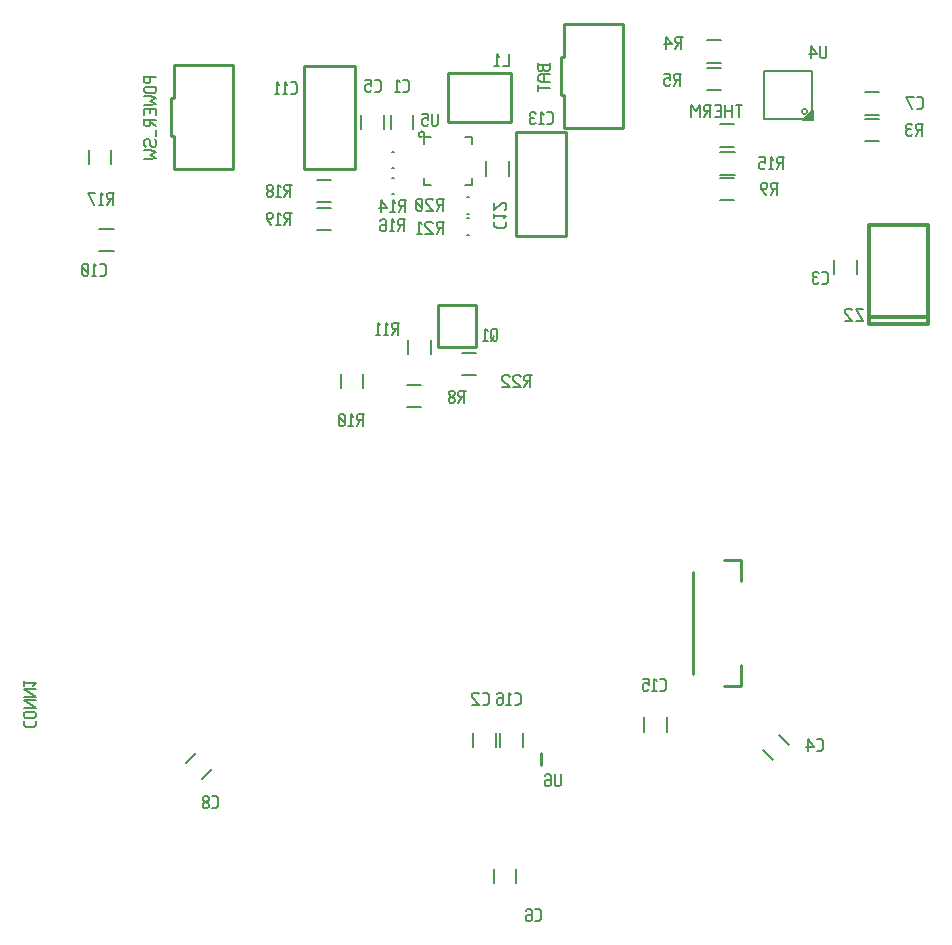
<source format=gbr>
G04 start of page 9 for group -4078 idx -4078 *
G04 Title: (unknown), bottomsilk *
G04 Creator: pcb 4.2.0 *
G04 CreationDate: Mon Mar  2 00:57:09 2020 UTC *
G04 For: blinken *
G04 Format: Gerber/RS-274X *
G04 PCB-Dimensions (mm): 90.16 90.16 *
G04 PCB-Coordinate-Origin: lower left *
%MOMM*%
%FSLAX43Y43*%
%LNBOTTOMSILK*%
%ADD94C,0.200*%
%ADD93C,0.155*%
%ADD92C,0.300*%
%ADD91C,0.198*%
%ADD90C,0.127*%
%ADD89C,0.203*%
%ADD88C,0.254*%
%ADD87C,0.250*%
G54D87*X45320Y25670D02*X45330Y25660D01*
X45320Y26650D02*Y25670D01*
G54D88*X58203Y33317D02*Y41967D01*
X62253Y32317D02*Y34067D01*
X60803Y42967D02*X62253D01*
Y41217D02*Y42967D01*
X60803Y32317D02*X62253D01*
G54D89*X38601Y60524D02*X39801D01*
X38601Y58624D02*X39801D01*
X30254Y58718D02*Y57518D01*
X28354Y58718D02*Y57518D01*
X33948Y57825D02*X35148D01*
X33948Y55925D02*X35148D01*
X34095Y61592D02*Y60392D01*
X35995Y61592D02*Y60392D01*
X39604Y28333D02*Y27133D01*
X41504Y28333D02*Y27133D01*
X41888Y28329D02*Y27129D01*
X43788Y28329D02*Y27129D01*
X64109Y26856D02*X64957Y26007D01*
X65452Y28199D02*X66300Y27350D01*
X41345Y16798D02*Y15598D01*
X43245Y16798D02*X43245Y15598D01*
X54089Y29650D02*Y28450D01*
X55989Y29650D02*Y28450D01*
X16127Y26652D02*X15278Y25804D01*
X17470Y25309D02*X16622Y24460D01*
G54D88*X47290Y79550D02*X52290D01*
X47290Y88350D02*X52290D01*
Y79550D01*
X47290Y88350D02*Y85550D01*
X46990D02*X47290D01*
X46990D02*Y82350D01*
X47290D01*
Y79550D01*
G54D89*X59380Y86981D02*X60580D01*
X59380Y85081D02*X60580D01*
X59363Y84660D02*X60563D01*
X59363Y82760D02*X60563D01*
X60508Y75327D02*X61708D01*
X60508Y73427D02*X61708D01*
X60524Y75607D02*X61723D01*
X60524Y77507D02*X61723D01*
X60506Y77971D02*X61706D01*
X60506Y79871D02*X61706D01*
G54D90*X67541Y80240D02*X68341Y81040D01*
Y80240D01*
X67541D02*X68341D01*
X68239Y80839D02*X67741Y80341D01*
X68239Y80740D02*X67840Y80341D01*
X67939D01*
X68239Y80641D01*
Y80539D01*
X68041Y80341D01*
X68239Y80839D02*Y80641D01*
Y80941D02*Y80740D01*
Y84339D02*Y80341D01*
X64241Y84339D02*X68239D01*
X64241D02*Y80341D01*
X68239D01*
G54D91*X67865Y80943D02*G75*G03X67865Y80943I-223J0D01*G01*
G54D92*X78080Y71360D02*Y62960D01*
X73140Y71360D02*X78080D01*
X73140D02*Y62960D01*
X78080D01*
X73140Y63560D02*X78080D01*
G54D89*X72070Y68400D02*Y67200D01*
X70170Y68400D02*Y67200D01*
X72774Y82573D02*X73974D01*
X72774Y80674D02*X73974D01*
X72783Y80321D02*X73983D01*
X72783Y78422D02*X73983D01*
X40694Y76719D02*Y75519D01*
X42594Y76719D02*Y75519D01*
X32693Y76140D02*X32893D01*
X32693Y77539D02*X32893D01*
X32697Y75354D02*X32897D01*
X32697Y73955D02*X32897D01*
G54D88*X36586Y61041D02*Y64572D01*
X39838D01*
Y61041D01*
X36586D01*
G54D89*X30116Y80666D02*Y79466D01*
X32016Y80666D02*Y79466D01*
G54D88*X14289Y76083D02*X19289D01*
X14289Y84883D02*X19289D01*
Y76083D01*
X14289Y84883D02*Y82083D01*
X13989D02*X14289D01*
X13989D02*Y78883D01*
X14289D01*
Y76083D01*
X25298Y84842D02*X29598D01*
X25298D02*Y76042D01*
X29598D01*
Y84842D02*Y76042D01*
G54D93*X38895Y74760D02*X39460D01*
Y75325D02*Y74760D01*
X35460D02*X36025D01*
X35460Y75325D02*Y74760D01*
X39460Y78760D02*Y78195D01*
X38895Y78760D02*X39460D01*
X35460D02*Y78195D01*
Y78760D02*X36025D01*
X35210Y79260D02*G75*G03X35210Y79260I0J-250D01*G01*
G54D89*X39040Y71900D02*X39240D01*
X39040Y70500D02*X39240D01*
X39050Y72300D02*X39250D01*
X39050Y73700D02*X39250D01*
G54D88*X43181Y79234D02*X47481D01*
X43181D02*Y70434D01*
X47481D01*
Y79234D02*Y70434D01*
X37451Y80019D02*X42751D01*
Y84219D02*Y80019D01*
X37451Y84219D02*X42751D01*
X37451D02*Y80019D01*
G54D89*X32630Y80658D02*Y79459D01*
X34530Y80658D02*Y79459D01*
X26374Y72781D02*X27574D01*
X26374Y70881D02*X27574D01*
X26344Y75157D02*X27544D01*
X26344Y73257D02*X27544D01*
X7063Y77712D02*Y76512D01*
X8963Y77712D02*Y76512D01*
X7947Y69127D02*X9147D01*
X7947Y71027D02*X9147D01*
G54D94*X8701Y74091D02*X9209D01*
X8701D02*X8574Y73964D01*
Y73710D02*Y73964D01*
X8701Y73583D02*X8574Y73710D01*
X8701Y73583D02*X9082D01*
Y73075D02*Y74091D01*
X8879Y73583D02*X8574Y73075D01*
X8269Y73888D02*X8066Y74091D01*
Y73075D02*Y74091D01*
X7888Y73075D02*X8269D01*
X7456D02*X6948Y74091D01*
X7583D01*
X11743Y83856D02*X12759D01*
X11743Y83475D02*Y83983D01*
Y83475D02*X11870Y83348D01*
X12124D01*
X12251Y83475D02*X12124Y83348D01*
X12251Y83475D02*Y83856D01*
X11870Y83043D02*X12632D01*
X11870D02*X11743Y82916D01*
Y82662D02*Y82916D01*
Y82662D02*X11870Y82535D01*
X12632D01*
X12759Y82662D02*X12632Y82535D01*
X12759Y82662D02*Y82916D01*
X12632Y83043D02*X12759Y82916D01*
X11743Y82230D02*X12251D01*
X12759Y82103D01*
X12251Y81849D01*
X12759Y81595D01*
X12251Y81468D01*
X11743D02*X12251D01*
X12200Y80783D02*Y81164D01*
X12759Y80656D02*Y81164D01*
X11743D02*X12759D01*
X11743Y80656D02*Y81164D01*
Y79843D02*Y80351D01*
Y79843D02*X11870Y79716D01*
X12124D01*
X12251Y79843D02*X12124Y79716D01*
X12251Y79843D02*Y80224D01*
X11743D02*X12759D01*
X12251Y80021D02*X12759Y79716D01*
Y78903D02*Y79411D01*
X11743Y78090D02*X11870Y77963D01*
X11743Y78090D02*Y78471D01*
X11870Y78598D02*X11743Y78471D01*
X11870Y78598D02*X12124D01*
X12251Y78471D01*
Y78090D02*Y78471D01*
Y78090D02*X12378Y77963D01*
X12632D01*
X12759Y78090D02*X12632Y77963D01*
X12759Y78090D02*Y78471D01*
X12632Y78598D02*X12759Y78471D01*
X11743Y77658D02*X12251D01*
X12759Y77531D01*
X12251Y77277D01*
X12759Y77023D01*
X12251Y76896D01*
X11743D02*X12251D01*
X7987Y67046D02*X8317D01*
X8495Y67224D02*X8317Y67046D01*
X8495Y67224D02*Y67884D01*
X8317Y68062D01*
X7987D02*X8317D01*
X7682Y67859D02*X7479Y68062D01*
Y67046D02*Y68062D01*
X7301Y67046D02*X7682D01*
X6996Y67173D02*X6869Y67046D01*
X6996Y67173D02*Y67935D01*
X6869Y68062D01*
X6615D02*X6869D01*
X6615D02*X6488Y67935D01*
Y67173D02*Y67935D01*
X6615Y67046D02*X6488Y67173D01*
X6615Y67046D02*X6869D01*
X6996Y67300D02*X6488Y67808D01*
X23715Y72392D02*X24223D01*
X23715D02*X23588Y72265D01*
Y72011D02*Y72265D01*
X23715Y71884D02*X23588Y72011D01*
X23715Y71884D02*X24096D01*
Y71376D02*Y72392D01*
X23893Y71884D02*X23588Y71376D01*
X23283Y72189D02*X23080Y72392D01*
Y71376D02*Y72392D01*
X22902Y71376D02*X23283D01*
X22471D02*X22090Y71884D01*
Y72265D01*
X22217Y72392D02*X22090Y72265D01*
X22217Y72392D02*X22471D01*
X22598Y72265D02*X22471Y72392D01*
X22598Y72011D02*Y72265D01*
Y72011D02*X22471Y71884D01*
X22090D02*X22471D01*
X23736Y74753D02*X24244D01*
X23736D02*X23609Y74626D01*
Y74372D02*Y74626D01*
X23736Y74245D02*X23609Y74372D01*
X23736Y74245D02*X24117D01*
Y73737D02*Y74753D01*
X23914Y74245D02*X23609Y73737D01*
X23304Y74550D02*X23101Y74753D01*
Y73737D02*Y74753D01*
X22923Y73737D02*X23304D01*
X22618Y73864D02*X22491Y73737D01*
X22618Y73864D02*Y74067D01*
X22440Y74245D01*
X22288D02*X22440D01*
X22288D02*X22110Y74067D01*
Y73864D02*Y74067D01*
X22237Y73737D02*X22110Y73864D01*
X22237Y73737D02*X22491D01*
X22618Y74422D02*X22440Y74245D01*
X22618Y74422D02*Y74626D01*
X22491Y74753D01*
X22237D02*X22491D01*
X22237D02*X22110Y74626D01*
Y74422D02*Y74626D01*
X22288Y74245D02*X22110Y74422D01*
X24138Y82396D02*X24469D01*
X24646Y82574D02*X24469Y82396D01*
X24646Y82574D02*Y83234D01*
X24469Y83412D01*
X24138D02*X24469D01*
X23834Y83209D02*X23630Y83412D01*
Y82396D02*Y83412D01*
X23453Y82396D02*X23834D01*
X23148Y83209D02*X22945Y83412D01*
Y82396D02*Y83412D01*
X22767Y82396D02*X23148D01*
X68721Y26779D02*X69051D01*
X69229Y26957D02*X69051Y26779D01*
X69229Y26957D02*Y27617D01*
X69051Y27795D01*
X68721D02*X69051D01*
X68416Y27160D02*X67908Y27795D01*
X67781Y27160D02*X68416D01*
X67908Y26779D02*Y27795D01*
X44845Y12385D02*X45175D01*
X45353Y12563D02*X45175Y12385D01*
X45353Y12563D02*Y13223D01*
X45175Y13401D01*
X44845D02*X45175D01*
X44159D02*X44032Y13274D01*
X44159Y13401D02*X44413D01*
X44540Y13274D02*X44413Y13401D01*
X44540Y12512D02*Y13274D01*
Y12512D02*X44413Y12385D01*
X44159Y12944D02*X44032Y12817D01*
X44159Y12944D02*X44540D01*
X44159Y12385D02*X44413D01*
X44159D02*X44032Y12512D01*
Y12817D01*
X46980Y23927D02*Y24816D01*
Y23927D02*X46853Y23800D01*
X46599D02*X46853D01*
X46599D02*X46472Y23927D01*
Y24816D01*
X45786D02*X45659Y24689D01*
X45786Y24816D02*X46040D01*
X46167Y24689D02*X46040Y24816D01*
X46167Y23927D02*Y24689D01*
Y23927D02*X46040Y23800D01*
X45786Y24359D02*X45659Y24232D01*
X45786Y24359D02*X46167D01*
X45786Y23800D02*X46040D01*
X45786D02*X45659Y23927D01*
Y24232D01*
X40422Y30730D02*X40752D01*
X40930Y30908D02*X40752Y30730D01*
X40930Y30908D02*Y31568D01*
X40752Y31746D01*
X40422D02*X40752D01*
X40117Y31619D02*X39990Y31746D01*
X39609D02*X39990D01*
X39609D02*X39482Y31619D01*
Y31365D02*Y31619D01*
X40117Y30730D02*X39482Y31365D01*
Y30730D02*X40117D01*
X43092D02*X43422D01*
X43600Y30908D02*X43422Y30730D01*
X43600Y30908D02*Y31568D01*
X43422Y31746D01*
X43092D02*X43422D01*
X42787Y31543D02*X42584Y31746D01*
Y30730D02*Y31746D01*
X42406Y30730D02*X42787D01*
X41720Y31746D02*X41593Y31619D01*
X41720Y31746D02*X41974D01*
X42101Y31619D02*X41974Y31746D01*
X42101Y30857D02*Y31619D01*
Y30857D02*X41974Y30730D01*
X41720Y31289D02*X41593Y31162D01*
X41720Y31289D02*X42101D01*
X41720Y30730D02*X41974D01*
X41720D02*X41593Y30857D01*
Y31162D01*
X46060Y84542D02*Y85050D01*
Y84542D02*X45933Y84415D01*
X45628D02*X45933D01*
X45501Y84542D02*X45628Y84415D01*
X45501Y84542D02*Y84923D01*
X45044D02*X46060D01*
X45044Y84542D02*Y85050D01*
Y84542D02*X45171Y84415D01*
X45374D01*
X45501Y84542D02*X45374Y84415D01*
X45298Y84110D02*X46060D01*
X45298D02*X45044Y83932D01*
Y83653D02*Y83932D01*
Y83653D02*X45298Y83475D01*
X46060D01*
X45552D02*Y84110D01*
X45044Y82662D02*Y83170D01*
Y82916D02*X46060D01*
X45858Y79869D02*X46188D01*
X46366Y80047D02*X46188Y79869D01*
X46366Y80047D02*Y80707D01*
X46188Y80885D01*
X45858D02*X46188D01*
X45553Y80682D02*X45350Y80885D01*
Y79869D02*Y80885D01*
X45172Y79869D02*X45553D01*
X44867Y80758D02*X44740Y80885D01*
X44486D02*X44740D01*
X44486D02*X44359Y80758D01*
X44486Y79869D02*X44359Y79996D01*
X44486Y79869D02*X44740D01*
X44867Y79996D02*X44740Y79869D01*
X44486Y80428D02*X44740D01*
X44359Y80555D02*Y80758D01*
Y79996D02*Y80301D01*
X44486Y80428D01*
X44359Y80555D02*X44486Y80428D01*
X42579Y84785D02*Y85801D01*
X42071Y84785D02*X42579D01*
X41766Y85598D02*X41563Y85801D01*
Y84785D02*Y85801D01*
X41385Y84785D02*X41766D01*
X17485Y21965D02*X17815D01*
X17993Y22143D02*X17815Y21965D01*
X17993Y22143D02*Y22803D01*
X17815Y22981D01*
X17485D02*X17815D01*
X17180Y22092D02*X17053Y21965D01*
X17180Y22092D02*Y22295D01*
X17002Y22473D01*
X16850D02*X17002D01*
X16850D02*X16672Y22295D01*
Y22092D02*Y22295D01*
X16799Y21965D02*X16672Y22092D01*
X16799Y21965D02*X17053D01*
X17180Y22651D02*X17002Y22473D01*
X17180Y22651D02*Y22854D01*
X17053Y22981D01*
X16799D02*X17053D01*
X16799D02*X16672Y22854D01*
Y22651D02*Y22854D01*
X16850Y22473D02*X16672Y22651D01*
X44052Y58626D02*X44560D01*
X44052D02*X43925Y58499D01*
Y58245D02*Y58499D01*
X44052Y58118D02*X43925Y58245D01*
X44052Y58118D02*X44433D01*
Y57610D02*Y58626D01*
X44230Y58118D02*X43925Y57610D01*
X43620Y58499D02*X43493Y58626D01*
X43112D02*X43493D01*
X43112D02*X42985Y58499D01*
Y58245D02*Y58499D01*
X43620Y57610D02*X42985Y58245D01*
Y57610D02*X43620D01*
X42680Y58499D02*X42553Y58626D01*
X42172D02*X42553D01*
X42172D02*X42045Y58499D01*
Y58245D02*Y58499D01*
X42680Y57610D02*X42045Y58245D01*
Y57610D02*X42680D01*
X38440Y57321D02*X38948D01*
X38440D02*X38313Y57194D01*
Y56940D02*Y57194D01*
X38440Y56813D02*X38313Y56940D01*
X38440Y56813D02*X38821D01*
Y56305D02*Y57321D01*
X38618Y56813D02*X38313Y56305D01*
X38008Y56432D02*X37881Y56305D01*
X38008Y56432D02*Y56635D01*
X37830Y56813D01*
X37678D02*X37830D01*
X37678D02*X37500Y56635D01*
Y56432D02*Y56635D01*
X37627Y56305D02*X37500Y56432D01*
X37627Y56305D02*X37881D01*
X38008Y56991D02*X37830Y56813D01*
X38008Y56991D02*Y57194D01*
X37881Y57321D01*
X37627D02*X37881D01*
X37627D02*X37500Y57194D01*
Y56991D02*Y57194D01*
X37678Y56813D02*X37500Y56991D01*
X29834Y55310D02*X30342D01*
X29834D02*X29708Y55183D01*
Y54929D02*Y55183D01*
X29834Y54802D02*X29708Y54929D01*
X29834Y54802D02*X30216D01*
Y54294D02*Y55310D01*
X30012Y54802D02*X29708Y54294D01*
X29403Y55107D02*X29199Y55310D01*
Y54294D02*Y55310D01*
X29022Y54294D02*X29403D01*
X28717Y54421D02*X28590Y54294D01*
X28717Y54421D02*Y55183D01*
X28590Y55310D01*
X28336D02*X28590D01*
X28336D02*X28209Y55183D01*
Y54421D02*Y55183D01*
X28336Y54294D02*X28209Y54421D01*
X28336Y54294D02*X28590D01*
X28717Y54548D02*X28209Y55056D01*
X55432Y31900D02*X55762D01*
X55940Y32078D02*X55762Y31900D01*
X55940Y32078D02*Y32738D01*
X55762Y32916D01*
X55432D02*X55762D01*
X55127Y32713D02*X54924Y32916D01*
Y31900D02*Y32916D01*
X54746Y31900D02*X55127D01*
X53933Y32916D02*X54441D01*
Y32408D02*Y32916D01*
Y32408D02*X54314Y32535D01*
X54060D02*X54314D01*
X54060D02*X53933Y32408D01*
Y32027D02*Y32408D01*
X54060Y31900D02*X53933Y32027D01*
X54060Y31900D02*X54314D01*
X54441Y32027D02*X54314Y31900D01*
X1543Y29005D02*Y29335D01*
X1721Y28827D02*X1543Y29005D01*
X1721Y28827D02*X2381D01*
X2559Y29005D01*
Y29335D01*
X1670Y29640D02*X2432D01*
X2559Y29767D01*
Y30021D01*
X2432Y30148D01*
X1670D02*X2432D01*
X1543Y30021D02*X1670Y30148D01*
X1543Y29767D02*Y30021D01*
X1670Y29640D02*X1543Y29767D01*
Y30453D02*X2559D01*
X1543Y31088D01*
X2559D01*
X1543Y31393D02*X2559D01*
X1543Y32028D01*
X2559D01*
X2356Y32333D02*X2559Y32536D01*
X1543D02*X2559D01*
X1543Y32333D02*Y32714D01*
X36594Y79852D02*Y80741D01*
Y79852D02*X36467Y79725D01*
X36213D02*X36467D01*
X36213D02*X36086Y79852D01*
Y80741D01*
X35273D02*X35781D01*
Y80233D02*Y80741D01*
Y80233D02*X35654Y80360D01*
X35400D02*X35654D01*
X35400D02*X35273Y80233D01*
Y79852D02*Y80233D01*
X35400Y79725D02*X35273Y79852D01*
X35400Y79725D02*X35654D01*
X35781Y79852D02*X35654Y79725D01*
X31257Y82601D02*X31587D01*
X31765Y82779D02*X31587Y82601D01*
X31765Y82779D02*Y83440D01*
X31587Y83617D01*
X31257D02*X31587D01*
X30444D02*X30952D01*
Y83109D02*Y83617D01*
Y83109D02*X30825Y83236D01*
X30571D02*X30825D01*
X30571D02*X30444Y83109D01*
Y82728D02*Y83109D01*
X30571Y82601D02*X30444Y82728D01*
X30571Y82601D02*X30825D01*
X30952Y82728D02*X30825Y82601D01*
X33654Y82599D02*X33984D01*
X34162Y82777D02*X33984Y82599D01*
X34162Y82777D02*Y83437D01*
X33984Y83615D01*
X33654D02*X33984D01*
X33349Y83412D02*X33146Y83615D01*
Y82599D02*Y83615D01*
X32968Y82599D02*X33349D01*
X32834Y63052D02*X33342D01*
X32834D02*X32707Y62924D01*
Y62670D02*Y62924D01*
X32834Y62544D02*X32707Y62670D01*
X32834Y62544D02*X33215D01*
Y62036D02*Y63052D01*
X33012Y62544D02*X32707Y62036D01*
X32402Y62848D02*X32199Y63052D01*
Y62036D02*Y63052D01*
X32021Y62036D02*X32402D01*
X31717Y62848D02*X31513Y63052D01*
Y62036D02*Y63052D01*
X31336Y62036D02*X31717D01*
X41619Y61663D02*Y62425D01*
X41492Y62552D01*
X41238D02*X41492D01*
X41238D02*X41111Y62425D01*
Y61790D02*Y62425D01*
X41365Y61536D02*X41111Y61790D01*
X41365Y61536D02*X41492D01*
X41619Y61663D02*X41492Y61536D01*
X41365Y61917D02*X41111Y61536D01*
X40806Y62349D02*X40603Y62552D01*
Y61536D02*Y62552D01*
X40425Y61536D02*X40806D01*
X41387Y71265D02*Y71595D01*
X41565Y71087D02*X41387Y71265D01*
X41565Y71087D02*X42225D01*
X42403Y71265D01*
Y71595D01*
X42200Y71900D02*X42403Y72103D01*
X41387D02*X42403D01*
X41387Y71900D02*Y72281D01*
X42276Y72586D02*X42403Y72713D01*
Y73094D01*
X42276Y73221D01*
X42022D02*X42276D01*
X41387Y72586D02*X42022Y73221D01*
X41387Y72586D02*Y73221D01*
X36612Y71616D02*X37120D01*
X36612D02*X36485Y71489D01*
Y71235D02*Y71489D01*
X36612Y71108D02*X36485Y71235D01*
X36612Y71108D02*X36993D01*
Y70600D02*Y71616D01*
X36790Y71108D02*X36485Y70600D01*
X36180Y71489D02*X36053Y71616D01*
X35672D02*X36053D01*
X35672D02*X35545Y71489D01*
Y71235D02*Y71489D01*
X36180Y70600D02*X35545Y71235D01*
Y70600D02*X36180D01*
X35240Y71413D02*X35037Y71616D01*
Y70600D02*Y71616D01*
X34859Y70600D02*X35240D01*
X36632Y73546D02*X37140D01*
X36632D02*X36505Y73419D01*
Y73165D02*Y73419D01*
X36632Y73038D02*X36505Y73165D01*
X36632Y73038D02*X37013D01*
Y72530D02*Y73546D01*
X36810Y73038D02*X36505Y72530D01*
X36200Y73419D02*X36073Y73546D01*
X35692D02*X36073D01*
X35692D02*X35565Y73419D01*
Y73165D02*Y73419D01*
X36200Y72530D02*X35565Y73165D01*
Y72530D02*X36200D01*
X35260Y72657D02*X35133Y72530D01*
X35260Y72657D02*Y73419D01*
X35133Y73546D01*
X34879D02*X35133D01*
X34879D02*X34752Y73419D01*
Y72657D02*Y73419D01*
X34879Y72530D02*X34752Y72657D01*
X34879Y72530D02*X35133D01*
X35260Y72784D02*X34752Y73292D01*
X33393Y73417D02*X33901D01*
X33393D02*X33266Y73290D01*
Y73036D02*Y73290D01*
X33393Y72909D02*X33266Y73036D01*
X33393Y72909D02*X33774D01*
Y72401D02*Y73417D01*
X33570Y72909D02*X33266Y72401D01*
X32961Y73214D02*X32758Y73417D01*
Y72401D02*Y73417D01*
X32580Y72401D02*X32961D01*
X32275Y72782D02*X31767Y73417D01*
X31640Y72782D02*X32275D01*
X31767Y72401D02*Y73417D01*
X33323Y71808D02*X33831D01*
X33323D02*X33196Y71681D01*
Y71427D02*Y71681D01*
X33323Y71300D02*X33196Y71427D01*
X33323Y71300D02*X33704D01*
Y70792D02*Y71808D01*
X33501Y71300D02*X33196Y70792D01*
X32891Y71605D02*X32688Y71808D01*
Y70792D02*Y71808D01*
X32510Y70792D02*X32891D01*
X31824Y71808D02*X31697Y71681D01*
X31824Y71808D02*X32078D01*
X32205Y71681D02*X32078Y71808D01*
X32205Y70919D02*Y71681D01*
Y70919D02*X32078Y70792D01*
X31824Y71351D02*X31697Y71224D01*
X31824Y71351D02*X32205D01*
X31824Y70792D02*X32078D01*
X31824D02*X31697Y70919D01*
Y71224D01*
X56842Y87266D02*X57350D01*
X56842D02*X56715Y87139D01*
Y86885D02*Y87139D01*
X56842Y86758D02*X56715Y86885D01*
X56842Y86758D02*X57223D01*
Y86250D02*Y87266D01*
X57020Y86758D02*X56715Y86250D01*
X56410Y86631D02*X55902Y87266D01*
X55775Y86631D02*X56410D01*
X55902Y86250D02*Y87266D01*
X69490Y85598D02*Y86487D01*
Y85598D02*X69363Y85471D01*
X69109D02*X69363D01*
X69109D02*X68982Y85598D01*
Y86487D01*
X68677Y85852D02*X68169Y86487D01*
X68042Y85852D02*X68677D01*
X68169Y85471D02*Y86487D01*
X56705Y84156D02*X57213D01*
X56705D02*X56578Y84029D01*
Y83775D02*Y84029D01*
X56705Y83648D02*X56578Y83775D01*
X56705Y83648D02*X57086D01*
Y83140D02*Y84156D01*
X56883Y83648D02*X56578Y83140D01*
X55765Y84156D02*X56273D01*
Y83648D02*Y84156D01*
Y83648D02*X56146Y83775D01*
X55892D02*X56146D01*
X55892D02*X55765Y83648D01*
Y83267D02*Y83648D01*
X55892Y83140D02*X55765Y83267D01*
X55892Y83140D02*X56146D01*
X56273Y83267D02*X56146Y83140D01*
X64900Y74924D02*X65408D01*
X64900D02*X64773Y74796D01*
Y74542D02*Y74796D01*
X64900Y74416D02*X64773Y74542D01*
X64900Y74416D02*X65281D01*
Y73908D02*Y74924D01*
X65078Y74416D02*X64773Y73908D01*
X64341D02*X63960Y74416D01*
Y74796D01*
X64087Y74924D02*X63960Y74796D01*
X64087Y74924D02*X64341D01*
X64468Y74796D02*X64341Y74924D01*
X64468Y74542D02*Y74796D01*
Y74542D02*X64341Y74416D01*
X63960D02*X64341D01*
X65419Y77059D02*X65927D01*
X65419D02*X65292Y76932D01*
Y76678D02*Y76932D01*
X65419Y76551D02*X65292Y76678D01*
X65419Y76551D02*X65800D01*
Y76043D02*Y77059D01*
X65596Y76551D02*X65292Y76043D01*
X64987Y76856D02*X64784Y77059D01*
Y76043D02*Y77059D01*
X64606Y76043D02*X64987D01*
X63793Y77059D02*X64301D01*
Y76551D02*Y77059D01*
Y76551D02*X64174Y76678D01*
X63920D02*X64174D01*
X63920D02*X63793Y76551D01*
Y76170D02*Y76551D01*
X63920Y76043D02*X63793Y76170D01*
X63920Y76043D02*X64174D01*
X64301Y76170D02*X64174Y76043D01*
X61820Y81464D02*X62328D01*
X62074Y80448D02*Y81464D01*
X61515Y80448D02*Y81464D01*
X60880Y80448D02*Y81464D01*
Y80956D02*X61515D01*
X60194Y81007D02*X60575D01*
X60067Y80448D02*X60575D01*
Y81464D01*
X60067D02*X60575D01*
X59255D02*X59763D01*
X59255D02*X59128Y81337D01*
Y81083D02*Y81337D01*
X59255Y80956D02*X59128Y81083D01*
X59255Y80956D02*X59636D01*
Y80448D02*Y81464D01*
X59432Y80956D02*X59128Y80448D01*
X58823D02*Y81464D01*
X58442Y80956D01*
X58061Y81464D01*
Y80448D02*Y81464D01*
X71965Y64246D02*X72600D01*
Y63230D02*X71965Y64246D01*
Y63230D02*X72600D01*
X71660Y64119D02*X71533Y64246D01*
X71152D02*X71533D01*
X71152D02*X71025Y64119D01*
Y63865D02*Y64119D01*
X71660Y63230D02*X71025Y63865D01*
Y63230D02*X71660D01*
X77176Y81134D02*X77506D01*
X77684Y81311D02*X77506Y81134D01*
X77684Y81311D02*Y81972D01*
X77506Y82150D01*
X77176D02*X77506D01*
X76744Y81134D02*X76236Y82150D01*
X76871D01*
X77185Y79898D02*X77693D01*
X77185D02*X77058Y79771D01*
Y79517D02*Y79771D01*
X77185Y79390D02*X77058Y79517D01*
X77185Y79390D02*X77566D01*
Y78882D02*Y79898D01*
X77363Y79390D02*X77058Y78882D01*
X76753Y79771D02*X76626Y79898D01*
X76372D02*X76626D01*
X76372D02*X76245Y79771D01*
X76372Y78882D02*X76245Y79009D01*
X76372Y78882D02*X76626D01*
X76753Y79009D02*X76626Y78882D01*
X76372Y79440D02*X76626D01*
X76245Y79567D02*Y79771D01*
Y79009D02*Y79313D01*
X76372Y79440D01*
X76245Y79567D02*X76372Y79440D01*
X69142Y66350D02*X69472D01*
X69650Y66528D02*X69472Y66350D01*
X69650Y66528D02*Y67188D01*
X69472Y67366D01*
X69142D02*X69472D01*
X68837Y67239D02*X68710Y67366D01*
X68456D02*X68710D01*
X68456D02*X68329Y67239D01*
X68456Y66350D02*X68329Y66477D01*
X68456Y66350D02*X68710D01*
X68837Y66477D02*X68710Y66350D01*
X68456Y66909D02*X68710D01*
X68329Y67036D02*Y67239D01*
Y66477D02*Y66782D01*
X68456Y66909D01*
X68329Y67036D02*X68456Y66909D01*
M02*

</source>
